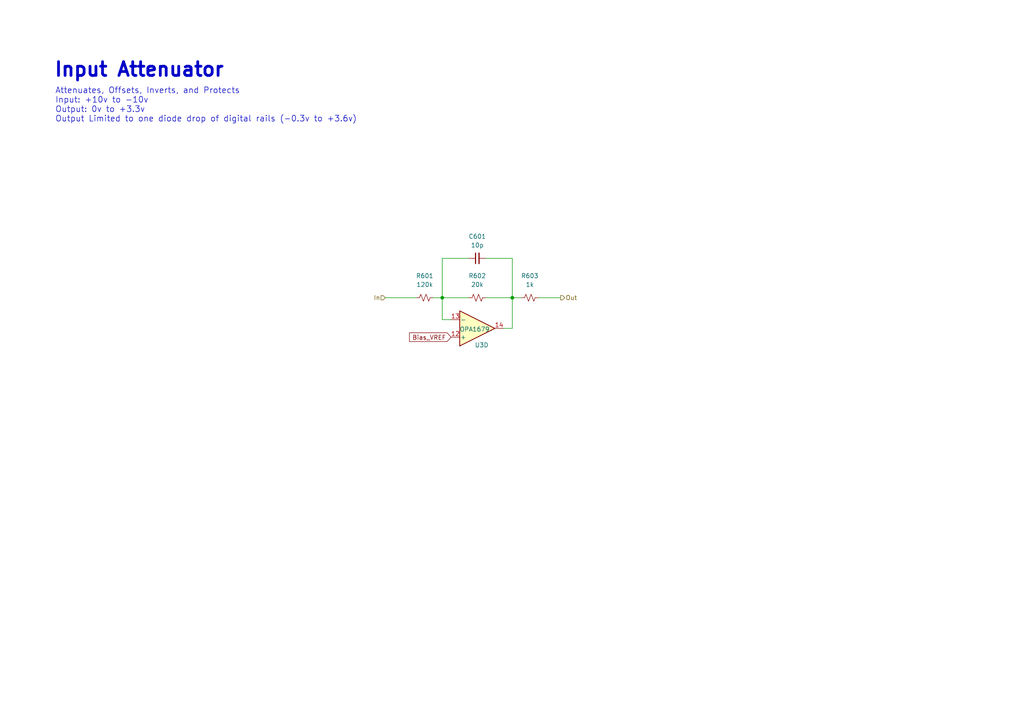
<source format=kicad_sch>
(kicad_sch (version 20231120) (generator "eeschema") (generator_version "8.0")
  (paper "A4")
  (lib_symbols
    (symbol "Decapod_Devices:C_Small" (pin_numbers hide) (pin_names (offset 0.254) hide)
      (property "Reference" "C" (at 0.254 1.778 0))
      (property "Value" "C_Small" (at 0.254 -2.032 0))
      (symbol "C_Small_0_1"
        (polyline (pts (xy -1.524 -0.508) (xy 1.524 -0.508)) (stroke (width 0.3302)))
        (polyline (pts (xy -1.524 0.508) (xy 1.524 0.508)) (stroke (width 0.3048)))
      )
      (symbol "C_Small_1_1"
        (pin passive line (at 0 2.54 270) (length 2.032) (name "~") (number "1"))
        (pin passive line (at 0 -2.54 90) (length 2.032) (name "~") (number "2"))
      )
    )
    (symbol "Decapod_Devices:R_Small_US" (pin_numbers hide) (pin_names (offset 0.254) hide)
      (property "Reference" "R" (at 0.762 0.508 0))
      (property "Value" "R_Small_US" (at 0.762 -1.016 0))
      (symbol "R_Small_US_1_1"
        (polyline (pts (xy 0 0) (xy 1.016 -0.381) (xy 0 -0.762) (xy -1.016 -1.143) (xy 0 -1.524)))
        (polyline (pts (xy 0 1.524) (xy 1.016 1.143) (xy 0 0.762) (xy -1.016 0.381) (xy 0 0)))
        (pin passive line (at 0 2.54 270) (length 1.016) (name "~") (number "1"))
        (pin passive line (at 0 -2.54 90) (length 1.016) (name "~") (number "2"))
      )
    )
    (symbol "Decapod_Devices:TL074" (pin_names (offset 0.127))
      (property "Reference" "U" (at 7.62 3.81 0))
      (property "Value" "TL074" (at -1.778 0 0))
      (symbol "TL074_1_1"
        (polyline (pts (xy -3.81 -5.08) (xy 6.35 0) (xy -3.81 5.08) (xy -3.81 -5.08)) (stroke (width 0.254)) (fill (type background)))
        (pin output line (at 8.89 0 180) (length 2.54) (name "~") (number "1"))
        (pin input line (at -6.35 2.54 0) (length 2.54) (name "-") (number "2"))
        (pin input line (at -6.35 -2.54 0) (length 2.54) (name "+") (number "3"))
      )
      (symbol "TL074_2_1"
        (polyline (pts (xy -3.81 -5.08) (xy 6.35 0) (xy -3.81 5.08) (xy -3.81 -5.08)) (stroke (width 0.254)) (fill (type background)))
        (pin input line (at -6.35 -2.54 0) (length 2.54) (name "+") (number "5"))
        (pin input line (at -6.35 2.54 0) (length 2.54) (name "-") (number "6"))
        (pin output line (at 8.89 0 180) (length 2.54) (name "~") (number "7"))
      )
      (symbol "TL074_3_1"
        (polyline (pts (xy -3.81 -5.08) (xy 6.35 0) (xy -3.81 5.08) (xy -3.81 -5.08)) (stroke (width 0.254)) (fill (type background)))
        (pin input line (at -6.35 -2.54 0) (length 2.54) (name "+") (number "10"))
        (pin output line (at 8.89 0 180) (length 2.54) (name "~") (number "8"))
        (pin input line (at -6.35 2.54 0) (length 2.54) (name "-") (number "9"))
      )
      (symbol "TL074_4_1"
        (polyline (pts (xy -3.81 -5.08) (xy 6.35 0) (xy -3.81 5.08) (xy -3.81 -5.08)) (stroke (width 0.254)) (fill (type background)))
        (pin input line (at -6.35 -2.54 0) (length 2.54) (name "+") (number "12"))
        (pin input line (at -6.35 2.54 0) (length 2.54) (name "-") (number "13"))
        (pin output line (at 8.89 0 180) (length 2.54) (name "~") (number "14"))
      )
      (symbol "TL074_5_1"
        (polyline (pts (xy -2.54 5.08) (xy 7.62 0) (xy -2.54 -5.08) (xy -2.54 5.08)) (stroke (width 0.254)) (fill (type background)))
        (pin power_in line (at 0 -7.62 90) (length 3.81) (name "V-") (number "11"))
        (pin power_in line (at 0 7.62 270) (length 3.81) (name "V+") (number "4"))
      )
    )
  )
  (junction (at 148.59 86.36))
  (junction (at 128.27 86.36))
  (wire (pts (xy 140.97 74.93) (xy 148.59 74.93)))
  (wire (pts (xy 128.27 92.71) (xy 130.81 92.71)))
  (wire (pts (xy 156.21 86.36) (xy 162.56 86.36)))
  (wire (pts (xy 111.76 86.36) (xy 120.65 86.36)))
  (wire (pts (xy 148.59 95.25) (xy 146.05 95.25)))
  (wire (pts (xy 148.59 74.93) (xy 148.59 86.36)))
  (wire (pts (xy 128.27 74.93) (xy 128.27 86.36)))
  (wire (pts (xy 128.27 86.36) (xy 135.89 86.36)))
  (wire (pts (xy 140.97 86.36) (xy 148.59 86.36)))
  (wire (pts (xy 125.73 86.36) (xy 128.27 86.36)))
  (wire (pts (xy 128.27 86.36) (xy 128.27 92.71)))
  (wire (pts (xy 148.59 86.36) (xy 151.13 86.36)))
  (wire (pts (xy 135.89 74.93) (xy 128.27 74.93)))
  (wire (pts (xy 148.59 86.36) (xy 148.59 95.25)))
  (text "Attenuates, Offsets, Inverts, and Protects\nInput: +10v to -10v\nOutput: 0v to +3.3v\nOutput Limited to one diode drop of digital rails (-0.3v to +3.6v)" (at 16.002 30.48 0) (effects (font (size 1.7 1.7)) (justify left)))
  (text "Input Attenuator" (at 15.494 20.32 0) (effects (font (size 4 4) (thickness 0.8) (bold yes)) (justify left)))
  (global_label "Bias_VREF" (shape input) (at 130.81 97.79 180) (property "Intersheetrefs" "${INTERSHEET_REFS}" (effects (hide yes))))
  (hierarchical_label "Out" (shape output) (at 162.56 86.36 0))
  (hierarchical_label "In" (shape input) (at 111.76 86.36 180))
  (symbol (lib_id "Decapod_Devices:TL074") (at 137.16 95.25 0) (unit 1)
    (property "Reference" "U3" (at 139.7 100.076 0))
    (property "Value" "OPA1679" (at 137.668 95.504 0))
    (property "Footprint" "Package_SO:TSSOP-14_4.4x5mm_P0.65mm" (effects (hide yes)))
    (property "Description" "Low-Power, Quad-Operational Amplifiers, TSSOP-14" (effects (hide yes)))
    (property "MPN" "OPA1679" (effects (hide yes)))
    (instances (project "Loom_AK4619" (path "" (reference "U3") (unit 4)) (path "" (reference "U4") (unit 2)) (path "" (reference "U3") (unit 3)) (path "" (reference "U4") (unit 3)) (path "" (reference "U4") (unit 4)) (path "" (reference "U3") (unit 2)) (path "" (reference "U3") (unit 1)) (path "" (reference "U4") (unit 1))))
  )
  (symbol (lib_id "Decapod_Devices:C_Small") (at 138.43 74.93 90) (unit 1)
    (property "Reference" "C601" (at 138.4363 68.58 90))
    (property "Value" "10p" (at 138.4363 71.12 90))
    (property "Footprint" "winterbloom:C_0603_HandSolder" (effects (hide yes)))
    (property "Description" "Unpolarized capacitor, small symbol" (effects (hide yes)))
    (property "Rating" "25V/10%/C0G" (effects (hide yes)))
    (property "LCSC" "C1634" (effects (hide yes)))
    (instances (project "Loom_AK4619" (path "" (reference "C601") (unit 1)) (path "" (reference "C801") (unit 1)) (path "" (reference "C501") (unit 1)) (path "" (reference "C901") (unit 1)) (path "" (reference "C1001") (unit 1)) (path "" (reference "C401") (unit 1)) (path "" (reference "C301") (unit 1)) (path "" (reference "C701") (unit 1))))
  )
  (symbol (lib_id "Decapod_Devices:R_Small_US") (at 153.67 86.36 90) (unit 1)
    (property "Reference" "R603" (at 153.67 80.01 90))
    (property "Value" "1k" (at 153.67 82.55 90))
    (property "Footprint" "winterbloom:R_0603_HandSolder" (effects (hide yes)))
    (property "Description" "Resistor, small US symbol" (effects (hide yes)))
    (property "Rating" "100mW/1%/Thin" (effects (hide yes)))
    (instances (project "Loom_AK4619" (path "" (reference "R603") (unit 1)) (path "" (reference "R803") (unit 1)) (path "" (reference "R503") (unit 1)) (path "" (reference "R903") (unit 1)) (path "" (reference "R1003") (unit 1)) (path "" (reference "R403") (unit 1)) (path "" (reference "R303") (unit 1)) (path "" (reference "R703") (unit 1))))
  )
  (symbol (lib_id "Decapod_Devices:R_Small_US") (at 138.43 86.36 90) (unit 1)
    (property "Reference" "R602" (at 138.43 80.01 90))
    (property "Value" "20k" (at 138.43 82.55 90))
    (property "Footprint" "winterbloom:R_0603_HandSolder" (effects (hide yes)))
    (property "Description" "Resistor, small US symbol" (effects (hide yes)))
    (property "Rating" "100mW/1%/Thin" (effects (hide yes)))
    (instances (project "Loom_AK4619" (path "" (reference "R602") (unit 1)) (path "" (reference "R802") (unit 1)) (path "" (reference "R502") (unit 1)) (path "" (reference "R902") (unit 1)) (path "" (reference "R1002") (unit 1)) (path "" (reference "R402") (unit 1)) (path "" (reference "R302") (unit 1)) (path "" (reference "R702") (unit 1))))
  )
  (symbol (lib_id "Decapod_Devices:R_Small_US") (at 123.19 86.36 90) (unit 1)
    (property "Reference" "R601" (at 123.19 80.01 90))
    (property "Value" "120k" (at 123.19 82.55 90))
    (property "Footprint" "winterbloom:R_0603_HandSolder" (effects (hide yes)))
    (property "Description" "Resistor, small US symbol" (effects (hide yes)))
    (property "Rating" "100mW/1%/Thin" (effects (hide yes)))
    (instances (project "Loom_AK4619" (path "" (reference "R601") (unit 1)) (path "" (reference "R801") (unit 1)) (path "" (reference "R501") (unit 1)) (path "" (reference "R901") (unit 1)) (path "" (reference "R1001") (unit 1)) (path "" (reference "R401") (unit 1)) (path "" (reference "R301") (unit 1)) (path "" (reference "R701") (unit 1))))
  )
)
</source>
